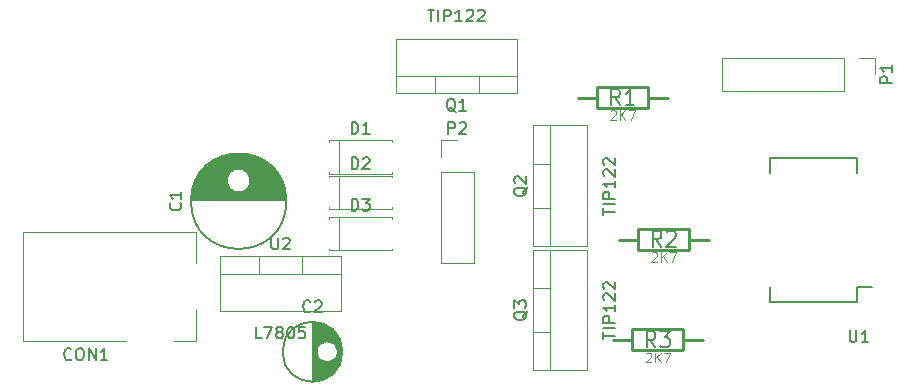
<source format=gbr>
G04 #@! TF.GenerationSoftware,KiCad,Pcbnew,(5.0.0-rc2-dev-493-gd776eaca8)*
G04 #@! TF.CreationDate,2018-06-12T16:33:06-03:00*
G04 #@! TF.ProjectId,HDDriver,48444472697665722E6B696361645F70,rev?*
G04 #@! TF.SameCoordinates,PX6052340PY57bcf00*
G04 #@! TF.FileFunction,Legend,Top*
G04 #@! TF.FilePolarity,Positive*
%FSLAX46Y46*%
G04 Gerber Fmt 4.6, Leading zero omitted, Abs format (unit mm)*
G04 Created by KiCad (PCBNEW (5.0.0-rc2-dev-493-gd776eaca8)) date Tue Jun 12 16:33:06 2018*
%MOMM*%
%LPD*%
G01*
G04 APERTURE LIST*
%ADD10C,0.150000*%
%ADD11C,0.120000*%
%ADD12C,0.254000*%
%ADD13C,0.203200*%
%ADD14C,0.100000*%
G04 APERTURE END LIST*
D10*
X11001000Y17825000D02*
X18999000Y17825000D01*
X11006000Y17965000D02*
X18994000Y17965000D01*
X11016000Y18105000D02*
X18984000Y18105000D01*
X11031000Y18245000D02*
X18969000Y18245000D01*
X11051000Y18385000D02*
X18949000Y18385000D01*
X11076000Y18525000D02*
X14778000Y18525000D01*
X15222000Y18525000D02*
X18924000Y18525000D01*
X11106000Y18665000D02*
X14450000Y18665000D01*
X15550000Y18665000D02*
X18894000Y18665000D01*
X11142000Y18805000D02*
X14281000Y18805000D01*
X15719000Y18805000D02*
X18858000Y18805000D01*
X11183000Y18945000D02*
X14168000Y18945000D01*
X15832000Y18945000D02*
X18817000Y18945000D01*
X11229000Y19085000D02*
X14090000Y19085000D01*
X15910000Y19085000D02*
X18771000Y19085000D01*
X11282000Y19225000D02*
X14039000Y19225000D01*
X15961000Y19225000D02*
X18718000Y19225000D01*
X11341000Y19365000D02*
X14009000Y19365000D01*
X15991000Y19365000D02*
X18659000Y19365000D01*
X11406000Y19505000D02*
X14000000Y19505000D01*
X16000000Y19505000D02*
X18594000Y19505000D01*
X11477000Y19645000D02*
X14011000Y19645000D01*
X15989000Y19645000D02*
X18523000Y19645000D01*
X11556000Y19785000D02*
X14041000Y19785000D01*
X15959000Y19785000D02*
X18444000Y19785000D01*
X11643000Y19925000D02*
X14095000Y19925000D01*
X15905000Y19925000D02*
X18357000Y19925000D01*
X11738000Y20065000D02*
X14175000Y20065000D01*
X15825000Y20065000D02*
X18262000Y20065000D01*
X11842000Y20205000D02*
X14291000Y20205000D01*
X15709000Y20205000D02*
X18158000Y20205000D01*
X11956000Y20345000D02*
X14465000Y20345000D01*
X15535000Y20345000D02*
X18044000Y20345000D01*
X12081000Y20485000D02*
X14827000Y20485000D01*
X15173000Y20485000D02*
X17919000Y20485000D01*
X12219000Y20625000D02*
X17781000Y20625000D01*
X12371000Y20765000D02*
X17629000Y20765000D01*
X12541000Y20905000D02*
X17459000Y20905000D01*
X12732000Y21045000D02*
X17268000Y21045000D01*
X12950000Y21185000D02*
X17050000Y21185000D01*
X13206000Y21325000D02*
X16794000Y21325000D01*
X13517000Y21465000D02*
X16483000Y21465000D01*
X13933000Y21605000D02*
X16067000Y21605000D01*
X14800000Y21745000D02*
X15200000Y21745000D01*
X16000000Y19500000D02*
G75*
G03X16000000Y19500000I-1000000J0D01*
G01*
X19037500Y17750000D02*
G75*
G03X19037500Y17750000I-4037500J0D01*
G01*
X21325000Y7499000D02*
X21325000Y2501000D01*
X21465000Y7491000D02*
X21465000Y2509000D01*
X21605000Y7475000D02*
X21605000Y5095000D01*
X21605000Y4905000D02*
X21605000Y2525000D01*
X21745000Y7451000D02*
X21745000Y5490000D01*
X21745000Y4510000D02*
X21745000Y2549000D01*
X21885000Y7418000D02*
X21885000Y5657000D01*
X21885000Y4343000D02*
X21885000Y2582000D01*
X22025000Y7377000D02*
X22025000Y5764000D01*
X22025000Y4236000D02*
X22025000Y2623000D01*
X22165000Y7327000D02*
X22165000Y5835000D01*
X22165000Y4165000D02*
X22165000Y2673000D01*
X22305000Y7266000D02*
X22305000Y5879000D01*
X22305000Y4121000D02*
X22305000Y2734000D01*
X22445000Y7196000D02*
X22445000Y5898000D01*
X22445000Y4102000D02*
X22445000Y2804000D01*
X22585000Y7114000D02*
X22585000Y5896000D01*
X22585000Y4104000D02*
X22585000Y2886000D01*
X22725000Y7019000D02*
X22725000Y5871000D01*
X22725000Y4129000D02*
X22725000Y2981000D01*
X22865000Y6908000D02*
X22865000Y5823000D01*
X22865000Y4177000D02*
X22865000Y3092000D01*
X23005000Y6780000D02*
X23005000Y5745000D01*
X23005000Y4255000D02*
X23005000Y3220000D01*
X23145000Y6631000D02*
X23145000Y5628000D01*
X23145000Y4372000D02*
X23145000Y3369000D01*
X23285000Y6452000D02*
X23285000Y5440000D01*
X23285000Y4560000D02*
X23285000Y3548000D01*
X23425000Y6233000D02*
X23425000Y3767000D01*
X23565000Y5944000D02*
X23565000Y4056000D01*
X23705000Y5472000D02*
X23705000Y4528000D01*
X23400000Y5000000D02*
G75*
G03X23400000Y5000000I-900000J0D01*
G01*
X23787500Y5000000D02*
G75*
G03X23787500Y5000000I-2537500J0D01*
G01*
D11*
X5500000Y5900000D02*
X-3300000Y5900000D01*
X-3300000Y5900000D02*
X-3300000Y15100000D01*
X11400000Y8600000D02*
X11400000Y5900000D01*
X11400000Y5900000D02*
X9500000Y5900000D01*
X-3300000Y15100000D02*
X11400000Y15100000D01*
X11400000Y15100000D02*
X11400000Y12500000D01*
X22650000Y22780000D02*
X22650000Y22910000D01*
X22650000Y22910000D02*
X27970000Y22910000D01*
X27970000Y22910000D02*
X27970000Y22780000D01*
X22650000Y20220000D02*
X22650000Y20090000D01*
X22650000Y20090000D02*
X27970000Y20090000D01*
X27970000Y20090000D02*
X27970000Y20220000D01*
X23490000Y22910000D02*
X23490000Y20090000D01*
X23490000Y19910000D02*
X23490000Y17090000D01*
X27970000Y17090000D02*
X27970000Y17220000D01*
X22650000Y17090000D02*
X27970000Y17090000D01*
X22650000Y17220000D02*
X22650000Y17090000D01*
X27970000Y19910000D02*
X27970000Y19780000D01*
X22650000Y19910000D02*
X27970000Y19910000D01*
X22650000Y19780000D02*
X22650000Y19910000D01*
X22650000Y16280000D02*
X22650000Y16410000D01*
X22650000Y16410000D02*
X27970000Y16410000D01*
X27970000Y16410000D02*
X27970000Y16280000D01*
X22650000Y13720000D02*
X22650000Y13590000D01*
X22650000Y13590000D02*
X27970000Y13590000D01*
X27970000Y13590000D02*
X27970000Y13720000D01*
X23490000Y16410000D02*
X23490000Y13590000D01*
X68890000Y29890000D02*
X68890000Y28500000D01*
X67500000Y29890000D02*
X68890000Y29890000D01*
X66230000Y27110000D02*
X66230000Y29890000D01*
X55950000Y27110000D02*
X66230000Y27110000D01*
X55950000Y29890000D02*
X55950000Y27110000D01*
X66230000Y29890000D02*
X55950000Y29890000D01*
X32110000Y20230000D02*
X32110000Y12490000D01*
X32110000Y12490000D02*
X34890000Y12490000D01*
X34890000Y12490000D02*
X34890000Y20230000D01*
X34890000Y20230000D02*
X32110000Y20230000D01*
X32110000Y21500000D02*
X32110000Y22890000D01*
X32110000Y22890000D02*
X33500000Y22890000D01*
D12*
X49659000Y26500000D02*
X51310000Y26500000D01*
X45341000Y26500000D02*
X43690000Y26500000D01*
X45341000Y27389000D02*
X45341000Y25611000D01*
X45341000Y25611000D02*
X49659000Y25611000D01*
X49659000Y25611000D02*
X49659000Y27389000D01*
X49659000Y27389000D02*
X45341000Y27389000D01*
X53159000Y15389000D02*
X48841000Y15389000D01*
X53159000Y13611000D02*
X53159000Y15389000D01*
X48841000Y13611000D02*
X53159000Y13611000D01*
X48841000Y15389000D02*
X48841000Y13611000D01*
X48841000Y14500000D02*
X47190000Y14500000D01*
X53159000Y14500000D02*
X54810000Y14500000D01*
X52659000Y6000000D02*
X54310000Y6000000D01*
X48341000Y6000000D02*
X46690000Y6000000D01*
X48341000Y6889000D02*
X48341000Y5111000D01*
X48341000Y5111000D02*
X52659000Y5111000D01*
X52659000Y5111000D02*
X52659000Y6889000D01*
X52659000Y6889000D02*
X48341000Y6889000D01*
D10*
X67365000Y9205000D02*
X67365000Y10475000D01*
X60015000Y9205000D02*
X60015000Y10475000D01*
X60015000Y21415000D02*
X60015000Y20145000D01*
X67365000Y21415000D02*
X67365000Y20145000D01*
X67365000Y9205000D02*
X60015000Y9205000D01*
X67365000Y21415000D02*
X60015000Y21415000D01*
X67365000Y10475000D02*
X68650000Y10475000D01*
D11*
X13420000Y13120000D02*
X23660000Y13120000D01*
X13420000Y8479000D02*
X23660000Y8479000D01*
X13420000Y13120000D02*
X13420000Y8479000D01*
X23660000Y13120000D02*
X23660000Y8479000D01*
X13420000Y11610000D02*
X23660000Y11610000D01*
X16690000Y13120000D02*
X16690000Y11610000D01*
X20391000Y13120000D02*
X20391000Y11610000D01*
X38580000Y26880000D02*
X28340000Y26880000D01*
X38580000Y31521000D02*
X28340000Y31521000D01*
X38580000Y26880000D02*
X38580000Y31521000D01*
X28340000Y26880000D02*
X28340000Y31521000D01*
X38580000Y28390000D02*
X28340000Y28390000D01*
X35310000Y26880000D02*
X35310000Y28390000D01*
X31609000Y26880000D02*
X31609000Y28390000D01*
X39880000Y20891000D02*
X41390000Y20891000D01*
X39880000Y17190000D02*
X41390000Y17190000D01*
X41390000Y13920000D02*
X41390000Y24160000D01*
X39880000Y24160000D02*
X44521000Y24160000D01*
X39880000Y13920000D02*
X44521000Y13920000D01*
X44521000Y13920000D02*
X44521000Y24160000D01*
X39880000Y13920000D02*
X39880000Y24160000D01*
X39880000Y3420000D02*
X39880000Y13660000D01*
X44521000Y3420000D02*
X44521000Y13660000D01*
X39880000Y3420000D02*
X44521000Y3420000D01*
X39880000Y13660000D02*
X44521000Y13660000D01*
X41390000Y3420000D02*
X41390000Y13660000D01*
X39880000Y6690000D02*
X41390000Y6690000D01*
X39880000Y10391000D02*
X41390000Y10391000D01*
D10*
X10057142Y17583334D02*
X10104761Y17535715D01*
X10152380Y17392858D01*
X10152380Y17297620D01*
X10104761Y17154762D01*
X10009523Y17059524D01*
X9914285Y17011905D01*
X9723809Y16964286D01*
X9580952Y16964286D01*
X9390476Y17011905D01*
X9295238Y17059524D01*
X9200000Y17154762D01*
X9152380Y17297620D01*
X9152380Y17392858D01*
X9200000Y17535715D01*
X9247619Y17583334D01*
X10152380Y18535715D02*
X10152380Y17964286D01*
X10152380Y18250000D02*
X9152380Y18250000D01*
X9295238Y18154762D01*
X9390476Y18059524D01*
X9438095Y17964286D01*
X21083333Y8442858D02*
X21035714Y8395239D01*
X20892857Y8347620D01*
X20797619Y8347620D01*
X20654761Y8395239D01*
X20559523Y8490477D01*
X20511904Y8585715D01*
X20464285Y8776191D01*
X20464285Y8919048D01*
X20511904Y9109524D01*
X20559523Y9204762D01*
X20654761Y9300000D01*
X20797619Y9347620D01*
X20892857Y9347620D01*
X21035714Y9300000D01*
X21083333Y9252381D01*
X21464285Y9252381D02*
X21511904Y9300000D01*
X21607142Y9347620D01*
X21845238Y9347620D01*
X21940476Y9300000D01*
X21988095Y9252381D01*
X22035714Y9157143D01*
X22035714Y9061905D01*
X21988095Y8919048D01*
X21416666Y8347620D01*
X22035714Y8347620D01*
X835714Y4392858D02*
X788095Y4345239D01*
X645238Y4297620D01*
X550000Y4297620D01*
X407142Y4345239D01*
X311904Y4440477D01*
X264285Y4535715D01*
X216666Y4726191D01*
X216666Y4869048D01*
X264285Y5059524D01*
X311904Y5154762D01*
X407142Y5250000D01*
X550000Y5297620D01*
X645238Y5297620D01*
X788095Y5250000D01*
X835714Y5202381D01*
X1454761Y5297620D02*
X1645238Y5297620D01*
X1740476Y5250000D01*
X1835714Y5154762D01*
X1883333Y4964286D01*
X1883333Y4630953D01*
X1835714Y4440477D01*
X1740476Y4345239D01*
X1645238Y4297620D01*
X1454761Y4297620D01*
X1359523Y4345239D01*
X1264285Y4440477D01*
X1216666Y4630953D01*
X1216666Y4964286D01*
X1264285Y5154762D01*
X1359523Y5250000D01*
X1454761Y5297620D01*
X2311904Y4297620D02*
X2311904Y5297620D01*
X2883333Y4297620D01*
X2883333Y5297620D01*
X3883333Y4297620D02*
X3311904Y4297620D01*
X3597619Y4297620D02*
X3597619Y5297620D01*
X3502380Y5154762D01*
X3407142Y5059524D01*
X3311904Y5011905D01*
X24571904Y23457620D02*
X24571904Y24457620D01*
X24810000Y24457620D01*
X24952857Y24410000D01*
X25048095Y24314762D01*
X25095714Y24219524D01*
X25143333Y24029048D01*
X25143333Y23886191D01*
X25095714Y23695715D01*
X25048095Y23600477D01*
X24952857Y23505239D01*
X24810000Y23457620D01*
X24571904Y23457620D01*
X26095714Y23457620D02*
X25524285Y23457620D01*
X25810000Y23457620D02*
X25810000Y24457620D01*
X25714761Y24314762D01*
X25619523Y24219524D01*
X25524285Y24171905D01*
X24571904Y20457620D02*
X24571904Y21457620D01*
X24810000Y21457620D01*
X24952857Y21410000D01*
X25048095Y21314762D01*
X25095714Y21219524D01*
X25143333Y21029048D01*
X25143333Y20886191D01*
X25095714Y20695715D01*
X25048095Y20600477D01*
X24952857Y20505239D01*
X24810000Y20457620D01*
X24571904Y20457620D01*
X25524285Y21362381D02*
X25571904Y21410000D01*
X25667142Y21457620D01*
X25905238Y21457620D01*
X26000476Y21410000D01*
X26048095Y21362381D01*
X26095714Y21267143D01*
X26095714Y21171905D01*
X26048095Y21029048D01*
X25476666Y20457620D01*
X26095714Y20457620D01*
X24571904Y16957620D02*
X24571904Y17957620D01*
X24810000Y17957620D01*
X24952857Y17910000D01*
X25048095Y17814762D01*
X25095714Y17719524D01*
X25143333Y17529048D01*
X25143333Y17386191D01*
X25095714Y17195715D01*
X25048095Y17100477D01*
X24952857Y17005239D01*
X24810000Y16957620D01*
X24571904Y16957620D01*
X25476666Y17957620D02*
X26095714Y17957620D01*
X25762380Y17576667D01*
X25905238Y17576667D01*
X26000476Y17529048D01*
X26048095Y17481429D01*
X26095714Y17386191D01*
X26095714Y17148096D01*
X26048095Y17052858D01*
X26000476Y17005239D01*
X25905238Y16957620D01*
X25619523Y16957620D01*
X25524285Y17005239D01*
X25476666Y17052858D01*
X70342380Y27761905D02*
X69342380Y27761905D01*
X69342380Y28142858D01*
X69390000Y28238096D01*
X69437619Y28285715D01*
X69532857Y28333334D01*
X69675714Y28333334D01*
X69770952Y28285715D01*
X69818571Y28238096D01*
X69866190Y28142858D01*
X69866190Y27761905D01*
X70342380Y29285715D02*
X70342380Y28714286D01*
X70342380Y29000000D02*
X69342380Y29000000D01*
X69485238Y28904762D01*
X69580476Y28809524D01*
X69628095Y28714286D01*
X32761904Y23437620D02*
X32761904Y24437620D01*
X33142857Y24437620D01*
X33238095Y24390000D01*
X33285714Y24342381D01*
X33333333Y24247143D01*
X33333333Y24104286D01*
X33285714Y24009048D01*
X33238095Y23961429D01*
X33142857Y23913810D01*
X32761904Y23913810D01*
X33714285Y24342381D02*
X33761904Y24390000D01*
X33857142Y24437620D01*
X34095238Y24437620D01*
X34190476Y24390000D01*
X34238095Y24342381D01*
X34285714Y24247143D01*
X34285714Y24151905D01*
X34238095Y24009048D01*
X33666666Y23437620D01*
X34285714Y23437620D01*
D13*
X47288333Y25868024D02*
X46865000Y26533262D01*
X46562619Y25868024D02*
X46562619Y27265024D01*
X47046428Y27265024D01*
X47167380Y27198500D01*
X47227857Y27131977D01*
X47288333Y26998929D01*
X47288333Y26799358D01*
X47227857Y26666310D01*
X47167380Y26599786D01*
X47046428Y26533262D01*
X46562619Y26533262D01*
X48497857Y25868024D02*
X47772142Y25868024D01*
X48135000Y25868024D02*
X48135000Y27265024D01*
X48014047Y27065453D01*
X47893095Y26932405D01*
X47772142Y26865881D01*
D14*
X46490476Y25361905D02*
X46528571Y25400000D01*
X46604761Y25438096D01*
X46795238Y25438096D01*
X46871428Y25400000D01*
X46909523Y25361905D01*
X46947619Y25285715D01*
X46947619Y25209524D01*
X46909523Y25095239D01*
X46452380Y24638096D01*
X46947619Y24638096D01*
X47290476Y24638096D02*
X47290476Y25438096D01*
X47747619Y24638096D02*
X47404761Y25095239D01*
X47747619Y25438096D02*
X47290476Y24980953D01*
X48014285Y25438096D02*
X48547619Y25438096D01*
X48204761Y24638096D01*
D13*
X50788333Y13868024D02*
X50365000Y14533262D01*
X50062619Y13868024D02*
X50062619Y15265024D01*
X50546428Y15265024D01*
X50667380Y15198500D01*
X50727857Y15131977D01*
X50788333Y14998929D01*
X50788333Y14799358D01*
X50727857Y14666310D01*
X50667380Y14599786D01*
X50546428Y14533262D01*
X50062619Y14533262D01*
X51272142Y15131977D02*
X51332619Y15198500D01*
X51453571Y15265024D01*
X51755952Y15265024D01*
X51876904Y15198500D01*
X51937380Y15131977D01*
X51997857Y14998929D01*
X51997857Y14865881D01*
X51937380Y14666310D01*
X51211666Y13868024D01*
X51997857Y13868024D01*
D14*
X49990476Y13361905D02*
X50028571Y13400000D01*
X50104761Y13438096D01*
X50295238Y13438096D01*
X50371428Y13400000D01*
X50409523Y13361905D01*
X50447619Y13285715D01*
X50447619Y13209524D01*
X50409523Y13095239D01*
X49952380Y12638096D01*
X50447619Y12638096D01*
X50790476Y12638096D02*
X50790476Y13438096D01*
X51247619Y12638096D02*
X50904761Y13095239D01*
X51247619Y13438096D02*
X50790476Y12980953D01*
X51514285Y13438096D02*
X52047619Y13438096D01*
X51704761Y12638096D01*
D13*
X50288333Y5368024D02*
X49865000Y6033262D01*
X49562619Y5368024D02*
X49562619Y6765024D01*
X50046428Y6765024D01*
X50167380Y6698500D01*
X50227857Y6631977D01*
X50288333Y6498929D01*
X50288333Y6299358D01*
X50227857Y6166310D01*
X50167380Y6099786D01*
X50046428Y6033262D01*
X49562619Y6033262D01*
X50711666Y6765024D02*
X51497857Y6765024D01*
X51074523Y6232834D01*
X51255952Y6232834D01*
X51376904Y6166310D01*
X51437380Y6099786D01*
X51497857Y5966739D01*
X51497857Y5634120D01*
X51437380Y5501072D01*
X51376904Y5434548D01*
X51255952Y5368024D01*
X50893095Y5368024D01*
X50772142Y5434548D01*
X50711666Y5501072D01*
D14*
X49490476Y4861905D02*
X49528571Y4900000D01*
X49604761Y4938096D01*
X49795238Y4938096D01*
X49871428Y4900000D01*
X49909523Y4861905D01*
X49947619Y4785715D01*
X49947619Y4709524D01*
X49909523Y4595239D01*
X49452380Y4138096D01*
X49947619Y4138096D01*
X50290476Y4138096D02*
X50290476Y4938096D01*
X50747619Y4138096D02*
X50404761Y4595239D01*
X50747619Y4938096D02*
X50290476Y4480953D01*
X51014285Y4938096D02*
X51547619Y4938096D01*
X51204761Y4138096D01*
D10*
X66738095Y6827620D02*
X66738095Y6018096D01*
X66785714Y5922858D01*
X66833333Y5875239D01*
X66928571Y5827620D01*
X67119047Y5827620D01*
X67214285Y5875239D01*
X67261904Y5922858D01*
X67309523Y6018096D01*
X67309523Y6827620D01*
X68309523Y5827620D02*
X67738095Y5827620D01*
X68023809Y5827620D02*
X68023809Y6827620D01*
X67928571Y6684762D01*
X67833333Y6589524D01*
X67738095Y6541905D01*
X17778095Y14667620D02*
X17778095Y13858096D01*
X17825714Y13762858D01*
X17873333Y13715239D01*
X17968571Y13667620D01*
X18159047Y13667620D01*
X18254285Y13715239D01*
X18301904Y13762858D01*
X18349523Y13858096D01*
X18349523Y14667620D01*
X18778095Y14572381D02*
X18825714Y14620000D01*
X18920952Y14667620D01*
X19159047Y14667620D01*
X19254285Y14620000D01*
X19301904Y14572381D01*
X19349523Y14477143D01*
X19349523Y14381905D01*
X19301904Y14239048D01*
X18730476Y13667620D01*
X19349523Y13667620D01*
X16944761Y6127620D02*
X16468571Y6127620D01*
X16468571Y7127620D01*
X17182857Y7127620D02*
X17849523Y7127620D01*
X17420952Y6127620D01*
X18373333Y6699048D02*
X18278095Y6746667D01*
X18230476Y6794286D01*
X18182857Y6889524D01*
X18182857Y6937143D01*
X18230476Y7032381D01*
X18278095Y7080000D01*
X18373333Y7127620D01*
X18563809Y7127620D01*
X18659047Y7080000D01*
X18706666Y7032381D01*
X18754285Y6937143D01*
X18754285Y6889524D01*
X18706666Y6794286D01*
X18659047Y6746667D01*
X18563809Y6699048D01*
X18373333Y6699048D01*
X18278095Y6651429D01*
X18230476Y6603810D01*
X18182857Y6508572D01*
X18182857Y6318096D01*
X18230476Y6222858D01*
X18278095Y6175239D01*
X18373333Y6127620D01*
X18563809Y6127620D01*
X18659047Y6175239D01*
X18706666Y6222858D01*
X18754285Y6318096D01*
X18754285Y6508572D01*
X18706666Y6603810D01*
X18659047Y6651429D01*
X18563809Y6699048D01*
X19373333Y7127620D02*
X19468571Y7127620D01*
X19563809Y7080000D01*
X19611428Y7032381D01*
X19659047Y6937143D01*
X19706666Y6746667D01*
X19706666Y6508572D01*
X19659047Y6318096D01*
X19611428Y6222858D01*
X19563809Y6175239D01*
X19468571Y6127620D01*
X19373333Y6127620D01*
X19278095Y6175239D01*
X19230476Y6222858D01*
X19182857Y6318096D01*
X19135238Y6508572D01*
X19135238Y6746667D01*
X19182857Y6937143D01*
X19230476Y7032381D01*
X19278095Y7080000D01*
X19373333Y7127620D01*
X20611428Y7127620D02*
X20135238Y7127620D01*
X20087619Y6651429D01*
X20135238Y6699048D01*
X20230476Y6746667D01*
X20468571Y6746667D01*
X20563809Y6699048D01*
X20611428Y6651429D01*
X20659047Y6556191D01*
X20659047Y6318096D01*
X20611428Y6222858D01*
X20563809Y6175239D01*
X20468571Y6127620D01*
X20230476Y6127620D01*
X20135238Y6175239D01*
X20087619Y6222858D01*
X33364761Y25332381D02*
X33269523Y25380000D01*
X33174285Y25475239D01*
X33031428Y25618096D01*
X32936190Y25665715D01*
X32840952Y25665715D01*
X32888571Y25427620D02*
X32793333Y25475239D01*
X32698095Y25570477D01*
X32650476Y25760953D01*
X32650476Y26094286D01*
X32698095Y26284762D01*
X32793333Y26380000D01*
X32888571Y26427620D01*
X33079047Y26427620D01*
X33174285Y26380000D01*
X33269523Y26284762D01*
X33317142Y26094286D01*
X33317142Y25760953D01*
X33269523Y25570477D01*
X33174285Y25475239D01*
X33079047Y25427620D01*
X32888571Y25427620D01*
X34269523Y25427620D02*
X33698095Y25427620D01*
X33983809Y25427620D02*
X33983809Y26427620D01*
X33888571Y26284762D01*
X33793333Y26189524D01*
X33698095Y26141905D01*
X31007619Y33967620D02*
X31579047Y33967620D01*
X31293333Y32967620D02*
X31293333Y33967620D01*
X31912380Y32967620D02*
X31912380Y33967620D01*
X32388571Y32967620D02*
X32388571Y33967620D01*
X32769523Y33967620D01*
X32864761Y33920000D01*
X32912380Y33872381D01*
X32960000Y33777143D01*
X32960000Y33634286D01*
X32912380Y33539048D01*
X32864761Y33491429D01*
X32769523Y33443810D01*
X32388571Y33443810D01*
X33912380Y32967620D02*
X33340952Y32967620D01*
X33626666Y32967620D02*
X33626666Y33967620D01*
X33531428Y33824762D01*
X33436190Y33729524D01*
X33340952Y33681905D01*
X34293333Y33872381D02*
X34340952Y33920000D01*
X34436190Y33967620D01*
X34674285Y33967620D01*
X34769523Y33920000D01*
X34817142Y33872381D01*
X34864761Y33777143D01*
X34864761Y33681905D01*
X34817142Y33539048D01*
X34245714Y32967620D01*
X34864761Y32967620D01*
X35245714Y33872381D02*
X35293333Y33920000D01*
X35388571Y33967620D01*
X35626666Y33967620D01*
X35721904Y33920000D01*
X35769523Y33872381D01*
X35817142Y33777143D01*
X35817142Y33681905D01*
X35769523Y33539048D01*
X35198095Y32967620D01*
X35817142Y32967620D01*
X39427619Y18944762D02*
X39380000Y18849524D01*
X39284761Y18754286D01*
X39141904Y18611429D01*
X39094285Y18516191D01*
X39094285Y18420953D01*
X39332380Y18468572D02*
X39284761Y18373334D01*
X39189523Y18278096D01*
X38999047Y18230477D01*
X38665714Y18230477D01*
X38475238Y18278096D01*
X38380000Y18373334D01*
X38332380Y18468572D01*
X38332380Y18659048D01*
X38380000Y18754286D01*
X38475238Y18849524D01*
X38665714Y18897143D01*
X38999047Y18897143D01*
X39189523Y18849524D01*
X39284761Y18754286D01*
X39332380Y18659048D01*
X39332380Y18468572D01*
X38427619Y19278096D02*
X38380000Y19325715D01*
X38332380Y19420953D01*
X38332380Y19659048D01*
X38380000Y19754286D01*
X38427619Y19801905D01*
X38522857Y19849524D01*
X38618095Y19849524D01*
X38760952Y19801905D01*
X39332380Y19230477D01*
X39332380Y19849524D01*
X45872380Y16587620D02*
X45872380Y17159048D01*
X46872380Y16873334D02*
X45872380Y16873334D01*
X46872380Y17492381D02*
X45872380Y17492381D01*
X46872380Y17968572D02*
X45872380Y17968572D01*
X45872380Y18349524D01*
X45920000Y18444762D01*
X45967619Y18492381D01*
X46062857Y18540000D01*
X46205714Y18540000D01*
X46300952Y18492381D01*
X46348571Y18444762D01*
X46396190Y18349524D01*
X46396190Y17968572D01*
X46872380Y19492381D02*
X46872380Y18920953D01*
X46872380Y19206667D02*
X45872380Y19206667D01*
X46015238Y19111429D01*
X46110476Y19016191D01*
X46158095Y18920953D01*
X45967619Y19873334D02*
X45920000Y19920953D01*
X45872380Y20016191D01*
X45872380Y20254286D01*
X45920000Y20349524D01*
X45967619Y20397143D01*
X46062857Y20444762D01*
X46158095Y20444762D01*
X46300952Y20397143D01*
X46872380Y19825715D01*
X46872380Y20444762D01*
X45967619Y20825715D02*
X45920000Y20873334D01*
X45872380Y20968572D01*
X45872380Y21206667D01*
X45920000Y21301905D01*
X45967619Y21349524D01*
X46062857Y21397143D01*
X46158095Y21397143D01*
X46300952Y21349524D01*
X46872380Y20778096D01*
X46872380Y21397143D01*
X39427619Y8444762D02*
X39380000Y8349524D01*
X39284761Y8254286D01*
X39141904Y8111429D01*
X39094285Y8016191D01*
X39094285Y7920953D01*
X39332380Y7968572D02*
X39284761Y7873334D01*
X39189523Y7778096D01*
X38999047Y7730477D01*
X38665714Y7730477D01*
X38475238Y7778096D01*
X38380000Y7873334D01*
X38332380Y7968572D01*
X38332380Y8159048D01*
X38380000Y8254286D01*
X38475238Y8349524D01*
X38665714Y8397143D01*
X38999047Y8397143D01*
X39189523Y8349524D01*
X39284761Y8254286D01*
X39332380Y8159048D01*
X39332380Y7968572D01*
X38332380Y8730477D02*
X38332380Y9349524D01*
X38713333Y9016191D01*
X38713333Y9159048D01*
X38760952Y9254286D01*
X38808571Y9301905D01*
X38903809Y9349524D01*
X39141904Y9349524D01*
X39237142Y9301905D01*
X39284761Y9254286D01*
X39332380Y9159048D01*
X39332380Y8873334D01*
X39284761Y8778096D01*
X39237142Y8730477D01*
X45872380Y6087620D02*
X45872380Y6659048D01*
X46872380Y6373334D02*
X45872380Y6373334D01*
X46872380Y6992381D02*
X45872380Y6992381D01*
X46872380Y7468572D02*
X45872380Y7468572D01*
X45872380Y7849524D01*
X45920000Y7944762D01*
X45967619Y7992381D01*
X46062857Y8040000D01*
X46205714Y8040000D01*
X46300952Y7992381D01*
X46348571Y7944762D01*
X46396190Y7849524D01*
X46396190Y7468572D01*
X46872380Y8992381D02*
X46872380Y8420953D01*
X46872380Y8706667D02*
X45872380Y8706667D01*
X46015238Y8611429D01*
X46110476Y8516191D01*
X46158095Y8420953D01*
X45967619Y9373334D02*
X45920000Y9420953D01*
X45872380Y9516191D01*
X45872380Y9754286D01*
X45920000Y9849524D01*
X45967619Y9897143D01*
X46062857Y9944762D01*
X46158095Y9944762D01*
X46300952Y9897143D01*
X46872380Y9325715D01*
X46872380Y9944762D01*
X45967619Y10325715D02*
X45920000Y10373334D01*
X45872380Y10468572D01*
X45872380Y10706667D01*
X45920000Y10801905D01*
X45967619Y10849524D01*
X46062857Y10897143D01*
X46158095Y10897143D01*
X46300952Y10849524D01*
X46872380Y10278096D01*
X46872380Y10897143D01*
M02*

</source>
